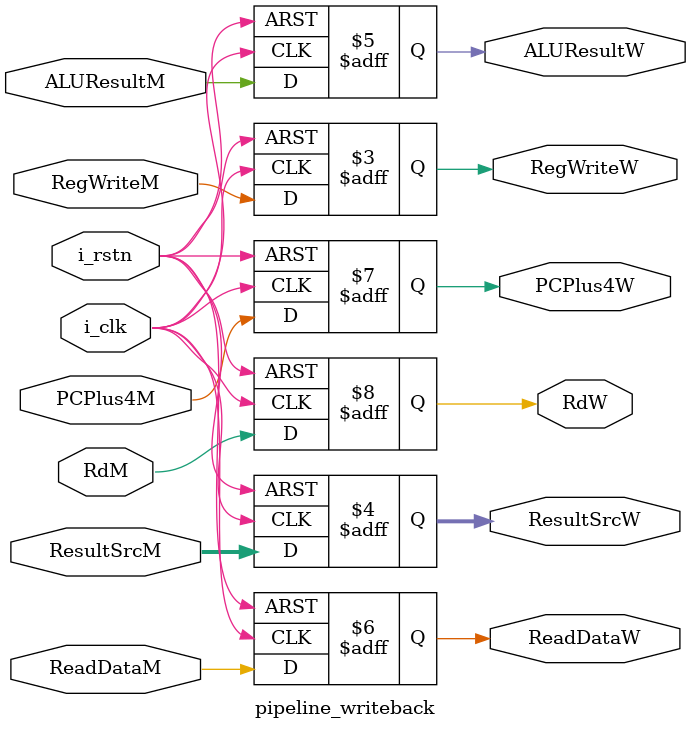
<source format=v>
module pipeline_writeback(
    input           i_clk,
    input           i_rstn,
    
    // Control Unit
    input           RegWriteM,
    input   [1:0]   ResultSrcM,

    input           ALUResultM,
    input           ReadDataM,
    input           PCPlus4M,
    input           RdM,

    output reg          RegWriteW,
    output reg  [1:0]   ResultSrcW,
    output reg          ALUResultW,
    output reg          ReadDataW,
    output reg          PCPlus4W,
    output reg          RdW
);

    always @(posedge i_clk or negedge i_rstn) begin
        if(!i_rstn) begin
            RegWriteW   <= 0;
            ResultSrcW  <= 0;
            ALUResultW  <= 0;
            ReadDataW   <= 0;
            PCPlus4W    <= 0;
            RdW         <= 0;
        end
        else begin
            RegWriteW   <= RegWriteM;
            ResultSrcW  <= ResultSrcM;
            ALUResultW  <= ALUResultM;
            ReadDataW   <= ReadDataM;
            PCPlus4W    <= PCPlus4M;
            RdW         <= RdM;
        end
    end

	endmodule

</source>
